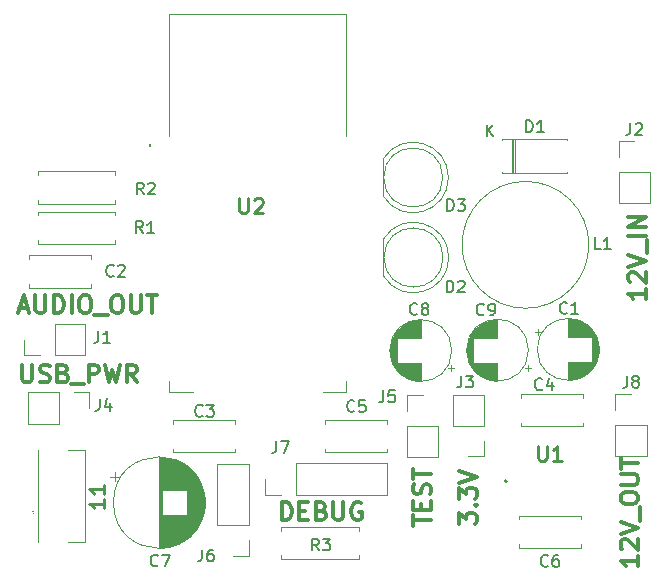
<source format=gbr>
%TF.GenerationSoftware,KiCad,Pcbnew,6.0.7-f9a2dced07~116~ubuntu20.04.1*%
%TF.CreationDate,2023-08-22T11:37:59+02:00*%
%TF.ProjectId,BlueBox,426c7565-426f-4782-9e6b-696361645f70,rev?*%
%TF.SameCoordinates,Original*%
%TF.FileFunction,Legend,Top*%
%TF.FilePolarity,Positive*%
%FSLAX46Y46*%
G04 Gerber Fmt 4.6, Leading zero omitted, Abs format (unit mm)*
G04 Created by KiCad (PCBNEW 6.0.7-f9a2dced07~116~ubuntu20.04.1) date 2023-08-22 11:37:59*
%MOMM*%
%LPD*%
G01*
G04 APERTURE LIST*
%ADD10C,0.300000*%
%ADD11C,0.150000*%
%ADD12C,0.254000*%
%ADD13C,0.120000*%
%ADD14C,0.100000*%
%ADD15C,0.200000*%
G04 APERTURE END LIST*
D10*
X81542857Y-112728571D02*
X81542857Y-111228571D01*
X81900000Y-111228571D01*
X82114285Y-111300000D01*
X82257142Y-111442857D01*
X82328571Y-111585714D01*
X82400000Y-111871428D01*
X82400000Y-112085714D01*
X82328571Y-112371428D01*
X82257142Y-112514285D01*
X82114285Y-112657142D01*
X81900000Y-112728571D01*
X81542857Y-112728571D01*
X83042857Y-111942857D02*
X83542857Y-111942857D01*
X83757142Y-112728571D02*
X83042857Y-112728571D01*
X83042857Y-111228571D01*
X83757142Y-111228571D01*
X84900000Y-111942857D02*
X85114285Y-112014285D01*
X85185714Y-112085714D01*
X85257142Y-112228571D01*
X85257142Y-112442857D01*
X85185714Y-112585714D01*
X85114285Y-112657142D01*
X84971428Y-112728571D01*
X84400000Y-112728571D01*
X84400000Y-111228571D01*
X84900000Y-111228571D01*
X85042857Y-111300000D01*
X85114285Y-111371428D01*
X85185714Y-111514285D01*
X85185714Y-111657142D01*
X85114285Y-111800000D01*
X85042857Y-111871428D01*
X84900000Y-111942857D01*
X84400000Y-111942857D01*
X85900000Y-111228571D02*
X85900000Y-112442857D01*
X85971428Y-112585714D01*
X86042857Y-112657142D01*
X86185714Y-112728571D01*
X86471428Y-112728571D01*
X86614285Y-112657142D01*
X86685714Y-112585714D01*
X86757142Y-112442857D01*
X86757142Y-111228571D01*
X88257142Y-111300000D02*
X88114285Y-111228571D01*
X87900000Y-111228571D01*
X87685714Y-111300000D01*
X87542857Y-111442857D01*
X87471428Y-111585714D01*
X87400000Y-111871428D01*
X87400000Y-112085714D01*
X87471428Y-112371428D01*
X87542857Y-112514285D01*
X87685714Y-112657142D01*
X87900000Y-112728571D01*
X88042857Y-112728571D01*
X88257142Y-112657142D01*
X88328571Y-112585714D01*
X88328571Y-112085714D01*
X88042857Y-112085714D01*
X96553571Y-113064285D02*
X96553571Y-112135714D01*
X97125000Y-112635714D01*
X97125000Y-112421428D01*
X97196428Y-112278571D01*
X97267857Y-112207142D01*
X97410714Y-112135714D01*
X97767857Y-112135714D01*
X97910714Y-112207142D01*
X97982142Y-112278571D01*
X98053571Y-112421428D01*
X98053571Y-112850000D01*
X97982142Y-112992857D01*
X97910714Y-113064285D01*
X97910714Y-111492857D02*
X97982142Y-111421428D01*
X98053571Y-111492857D01*
X97982142Y-111564285D01*
X97910714Y-111492857D01*
X98053571Y-111492857D01*
X96553571Y-110921428D02*
X96553571Y-109992857D01*
X97125000Y-110492857D01*
X97125000Y-110278571D01*
X97196428Y-110135714D01*
X97267857Y-110064285D01*
X97410714Y-109992857D01*
X97767857Y-109992857D01*
X97910714Y-110064285D01*
X97982142Y-110135714D01*
X98053571Y-110278571D01*
X98053571Y-110707142D01*
X97982142Y-110850000D01*
X97910714Y-110921428D01*
X96553571Y-109564285D02*
X98053571Y-109064285D01*
X96553571Y-108564285D01*
X92653571Y-113192857D02*
X92653571Y-112335714D01*
X94153571Y-112764285D02*
X92653571Y-112764285D01*
X93367857Y-111835714D02*
X93367857Y-111335714D01*
X94153571Y-111121428D02*
X94153571Y-111835714D01*
X92653571Y-111835714D01*
X92653571Y-111121428D01*
X94082142Y-110550000D02*
X94153571Y-110335714D01*
X94153571Y-109978571D01*
X94082142Y-109835714D01*
X94010714Y-109764285D01*
X93867857Y-109692857D01*
X93725000Y-109692857D01*
X93582142Y-109764285D01*
X93510714Y-109835714D01*
X93439285Y-109978571D01*
X93367857Y-110264285D01*
X93296428Y-110407142D01*
X93225000Y-110478571D01*
X93082142Y-110550000D01*
X92939285Y-110550000D01*
X92796428Y-110478571D01*
X92725000Y-110407142D01*
X92653571Y-110264285D01*
X92653571Y-109907142D01*
X92725000Y-109692857D01*
X92653571Y-109264285D02*
X92653571Y-108407142D01*
X94153571Y-108835714D02*
X92653571Y-108835714D01*
X111728571Y-115792857D02*
X111728571Y-116650000D01*
X111728571Y-116221428D02*
X110228571Y-116221428D01*
X110442857Y-116364285D01*
X110585714Y-116507142D01*
X110657142Y-116650000D01*
X110371428Y-115221428D02*
X110300000Y-115150000D01*
X110228571Y-115007142D01*
X110228571Y-114650000D01*
X110300000Y-114507142D01*
X110371428Y-114435714D01*
X110514285Y-114364285D01*
X110657142Y-114364285D01*
X110871428Y-114435714D01*
X111728571Y-115292857D01*
X111728571Y-114364285D01*
X110228571Y-113935714D02*
X111728571Y-113435714D01*
X110228571Y-112935714D01*
X111871428Y-112792857D02*
X111871428Y-111650000D01*
X110228571Y-111007142D02*
X110228571Y-110721428D01*
X110300000Y-110578571D01*
X110442857Y-110435714D01*
X110728571Y-110364285D01*
X111228571Y-110364285D01*
X111514285Y-110435714D01*
X111657142Y-110578571D01*
X111728571Y-110721428D01*
X111728571Y-111007142D01*
X111657142Y-111150000D01*
X111514285Y-111292857D01*
X111228571Y-111364285D01*
X110728571Y-111364285D01*
X110442857Y-111292857D01*
X110300000Y-111150000D01*
X110228571Y-111007142D01*
X110228571Y-109721428D02*
X111442857Y-109721428D01*
X111585714Y-109650000D01*
X111657142Y-109578571D01*
X111728571Y-109435714D01*
X111728571Y-109150000D01*
X111657142Y-109007142D01*
X111585714Y-108935714D01*
X111442857Y-108864285D01*
X110228571Y-108864285D01*
X110228571Y-108364285D02*
X110228571Y-107507142D01*
X111728571Y-107935714D02*
X110228571Y-107935714D01*
X112353571Y-93142857D02*
X112353571Y-94000000D01*
X112353571Y-93571428D02*
X110853571Y-93571428D01*
X111067857Y-93714285D01*
X111210714Y-93857142D01*
X111282142Y-94000000D01*
X110996428Y-92571428D02*
X110925000Y-92500000D01*
X110853571Y-92357142D01*
X110853571Y-92000000D01*
X110925000Y-91857142D01*
X110996428Y-91785714D01*
X111139285Y-91714285D01*
X111282142Y-91714285D01*
X111496428Y-91785714D01*
X112353571Y-92642857D01*
X112353571Y-91714285D01*
X110853571Y-91285714D02*
X112353571Y-90785714D01*
X110853571Y-90285714D01*
X112496428Y-90142857D02*
X112496428Y-89000000D01*
X112353571Y-88642857D02*
X110853571Y-88642857D01*
X112353571Y-87928571D02*
X110853571Y-87928571D01*
X112353571Y-87071428D01*
X110853571Y-87071428D01*
X59325000Y-94775000D02*
X60039285Y-94775000D01*
X59182142Y-95203571D02*
X59682142Y-93703571D01*
X60182142Y-95203571D01*
X60682142Y-93703571D02*
X60682142Y-94917857D01*
X60753571Y-95060714D01*
X60825000Y-95132142D01*
X60967857Y-95203571D01*
X61253571Y-95203571D01*
X61396428Y-95132142D01*
X61467857Y-95060714D01*
X61539285Y-94917857D01*
X61539285Y-93703571D01*
X62253571Y-95203571D02*
X62253571Y-93703571D01*
X62610714Y-93703571D01*
X62825000Y-93775000D01*
X62967857Y-93917857D01*
X63039285Y-94060714D01*
X63110714Y-94346428D01*
X63110714Y-94560714D01*
X63039285Y-94846428D01*
X62967857Y-94989285D01*
X62825000Y-95132142D01*
X62610714Y-95203571D01*
X62253571Y-95203571D01*
X63753571Y-95203571D02*
X63753571Y-93703571D01*
X64753571Y-93703571D02*
X65039285Y-93703571D01*
X65182142Y-93775000D01*
X65325000Y-93917857D01*
X65396428Y-94203571D01*
X65396428Y-94703571D01*
X65325000Y-94989285D01*
X65182142Y-95132142D01*
X65039285Y-95203571D01*
X64753571Y-95203571D01*
X64610714Y-95132142D01*
X64467857Y-94989285D01*
X64396428Y-94703571D01*
X64396428Y-94203571D01*
X64467857Y-93917857D01*
X64610714Y-93775000D01*
X64753571Y-93703571D01*
X65682142Y-95346428D02*
X66825000Y-95346428D01*
X67467857Y-93703571D02*
X67753571Y-93703571D01*
X67896428Y-93775000D01*
X68039285Y-93917857D01*
X68110714Y-94203571D01*
X68110714Y-94703571D01*
X68039285Y-94989285D01*
X67896428Y-95132142D01*
X67753571Y-95203571D01*
X67467857Y-95203571D01*
X67325000Y-95132142D01*
X67182142Y-94989285D01*
X67110714Y-94703571D01*
X67110714Y-94203571D01*
X67182142Y-93917857D01*
X67325000Y-93775000D01*
X67467857Y-93703571D01*
X68753571Y-93703571D02*
X68753571Y-94917857D01*
X68825000Y-95060714D01*
X68896428Y-95132142D01*
X69039285Y-95203571D01*
X69325000Y-95203571D01*
X69467857Y-95132142D01*
X69539285Y-95060714D01*
X69610714Y-94917857D01*
X69610714Y-93703571D01*
X70110714Y-93703571D02*
X70967857Y-93703571D01*
X70539285Y-95203571D02*
X70539285Y-93703571D01*
X59553571Y-99578571D02*
X59553571Y-100792857D01*
X59625000Y-100935714D01*
X59696428Y-101007142D01*
X59839285Y-101078571D01*
X60125000Y-101078571D01*
X60267857Y-101007142D01*
X60339285Y-100935714D01*
X60410714Y-100792857D01*
X60410714Y-99578571D01*
X61053571Y-101007142D02*
X61267857Y-101078571D01*
X61625000Y-101078571D01*
X61767857Y-101007142D01*
X61839285Y-100935714D01*
X61910714Y-100792857D01*
X61910714Y-100650000D01*
X61839285Y-100507142D01*
X61767857Y-100435714D01*
X61625000Y-100364285D01*
X61339285Y-100292857D01*
X61196428Y-100221428D01*
X61125000Y-100150000D01*
X61053571Y-100007142D01*
X61053571Y-99864285D01*
X61125000Y-99721428D01*
X61196428Y-99650000D01*
X61339285Y-99578571D01*
X61696428Y-99578571D01*
X61910714Y-99650000D01*
X63053571Y-100292857D02*
X63267857Y-100364285D01*
X63339285Y-100435714D01*
X63410714Y-100578571D01*
X63410714Y-100792857D01*
X63339285Y-100935714D01*
X63267857Y-101007142D01*
X63125000Y-101078571D01*
X62553571Y-101078571D01*
X62553571Y-99578571D01*
X63053571Y-99578571D01*
X63196428Y-99650000D01*
X63267857Y-99721428D01*
X63339285Y-99864285D01*
X63339285Y-100007142D01*
X63267857Y-100150000D01*
X63196428Y-100221428D01*
X63053571Y-100292857D01*
X62553571Y-100292857D01*
X63696428Y-101221428D02*
X64839285Y-101221428D01*
X65196428Y-101078571D02*
X65196428Y-99578571D01*
X65767857Y-99578571D01*
X65910714Y-99650000D01*
X65982142Y-99721428D01*
X66053571Y-99864285D01*
X66053571Y-100078571D01*
X65982142Y-100221428D01*
X65910714Y-100292857D01*
X65767857Y-100364285D01*
X65196428Y-100364285D01*
X66553571Y-99578571D02*
X66910714Y-101078571D01*
X67196428Y-100007142D01*
X67482142Y-101078571D01*
X67839285Y-99578571D01*
X69267857Y-101078571D02*
X68767857Y-100364285D01*
X68410714Y-101078571D02*
X68410714Y-99578571D01*
X68982142Y-99578571D01*
X69125000Y-99650000D01*
X69196428Y-99721428D01*
X69267857Y-99864285D01*
X69267857Y-100078571D01*
X69196428Y-100221428D01*
X69125000Y-100292857D01*
X68982142Y-100364285D01*
X68410714Y-100364285D01*
D11*
%TO.C,J8*%
X110791666Y-100522380D02*
X110791666Y-101236666D01*
X110744047Y-101379523D01*
X110648809Y-101474761D01*
X110505952Y-101522380D01*
X110410714Y-101522380D01*
X111410714Y-100950952D02*
X111315476Y-100903333D01*
X111267857Y-100855714D01*
X111220238Y-100760476D01*
X111220238Y-100712857D01*
X111267857Y-100617619D01*
X111315476Y-100570000D01*
X111410714Y-100522380D01*
X111601190Y-100522380D01*
X111696428Y-100570000D01*
X111744047Y-100617619D01*
X111791666Y-100712857D01*
X111791666Y-100760476D01*
X111744047Y-100855714D01*
X111696428Y-100903333D01*
X111601190Y-100950952D01*
X111410714Y-100950952D01*
X111315476Y-100998571D01*
X111267857Y-101046190D01*
X111220238Y-101141428D01*
X111220238Y-101331904D01*
X111267857Y-101427142D01*
X111315476Y-101474761D01*
X111410714Y-101522380D01*
X111601190Y-101522380D01*
X111696428Y-101474761D01*
X111744047Y-101427142D01*
X111791666Y-101331904D01*
X111791666Y-101141428D01*
X111744047Y-101046190D01*
X111696428Y-100998571D01*
X111601190Y-100950952D01*
D12*
%TO.C,11*%
X66524523Y-110966904D02*
X66524523Y-111692619D01*
X66524523Y-111329761D02*
X65254523Y-111329761D01*
X65435952Y-111450714D01*
X65556904Y-111571666D01*
X65617380Y-111692619D01*
X66524523Y-109757380D02*
X66524523Y-110483095D01*
X66524523Y-110120238D02*
X65254523Y-110120238D01*
X65435952Y-110241190D01*
X65556904Y-110362142D01*
X65617380Y-110483095D01*
%TO.C,U2*%
X77957380Y-85479523D02*
X77957380Y-86507619D01*
X78017857Y-86628571D01*
X78078333Y-86689047D01*
X78199285Y-86749523D01*
X78441190Y-86749523D01*
X78562142Y-86689047D01*
X78622619Y-86628571D01*
X78683095Y-86507619D01*
X78683095Y-85479523D01*
X79227380Y-85600476D02*
X79287857Y-85540000D01*
X79408809Y-85479523D01*
X79711190Y-85479523D01*
X79832142Y-85540000D01*
X79892619Y-85600476D01*
X79953095Y-85721428D01*
X79953095Y-85842380D01*
X79892619Y-86023809D01*
X79166904Y-86749523D01*
X79953095Y-86749523D01*
%TO.C,U1*%
X103232380Y-106429523D02*
X103232380Y-107457619D01*
X103292857Y-107578571D01*
X103353333Y-107639047D01*
X103474285Y-107699523D01*
X103716190Y-107699523D01*
X103837142Y-107639047D01*
X103897619Y-107578571D01*
X103958095Y-107457619D01*
X103958095Y-106429523D01*
X105228095Y-107699523D02*
X104502380Y-107699523D01*
X104865238Y-107699523D02*
X104865238Y-106429523D01*
X104744285Y-106610952D01*
X104623333Y-106731904D01*
X104502380Y-106792380D01*
D11*
%TO.C,R3*%
X84683333Y-115302380D02*
X84350000Y-114826190D01*
X84111904Y-115302380D02*
X84111904Y-114302380D01*
X84492857Y-114302380D01*
X84588095Y-114350000D01*
X84635714Y-114397619D01*
X84683333Y-114492857D01*
X84683333Y-114635714D01*
X84635714Y-114730952D01*
X84588095Y-114778571D01*
X84492857Y-114826190D01*
X84111904Y-114826190D01*
X85016666Y-114302380D02*
X85635714Y-114302380D01*
X85302380Y-114683333D01*
X85445238Y-114683333D01*
X85540476Y-114730952D01*
X85588095Y-114778571D01*
X85635714Y-114873809D01*
X85635714Y-115111904D01*
X85588095Y-115207142D01*
X85540476Y-115254761D01*
X85445238Y-115302380D01*
X85159523Y-115302380D01*
X85064285Y-115254761D01*
X85016666Y-115207142D01*
%TO.C,R2*%
X69858333Y-85152380D02*
X69525000Y-84676190D01*
X69286904Y-85152380D02*
X69286904Y-84152380D01*
X69667857Y-84152380D01*
X69763095Y-84200000D01*
X69810714Y-84247619D01*
X69858333Y-84342857D01*
X69858333Y-84485714D01*
X69810714Y-84580952D01*
X69763095Y-84628571D01*
X69667857Y-84676190D01*
X69286904Y-84676190D01*
X70239285Y-84247619D02*
X70286904Y-84200000D01*
X70382142Y-84152380D01*
X70620238Y-84152380D01*
X70715476Y-84200000D01*
X70763095Y-84247619D01*
X70810714Y-84342857D01*
X70810714Y-84438095D01*
X70763095Y-84580952D01*
X70191666Y-85152380D01*
X70810714Y-85152380D01*
%TO.C,R1*%
X69783333Y-88427380D02*
X69450000Y-87951190D01*
X69211904Y-88427380D02*
X69211904Y-87427380D01*
X69592857Y-87427380D01*
X69688095Y-87475000D01*
X69735714Y-87522619D01*
X69783333Y-87617857D01*
X69783333Y-87760714D01*
X69735714Y-87855952D01*
X69688095Y-87903571D01*
X69592857Y-87951190D01*
X69211904Y-87951190D01*
X70735714Y-88427380D02*
X70164285Y-88427380D01*
X70450000Y-88427380D02*
X70450000Y-87427380D01*
X70354761Y-87570238D01*
X70259523Y-87665476D01*
X70164285Y-87713095D01*
%TO.C,L1*%
X108533333Y-89777380D02*
X108057142Y-89777380D01*
X108057142Y-88777380D01*
X109390476Y-89777380D02*
X108819047Y-89777380D01*
X109104761Y-89777380D02*
X109104761Y-88777380D01*
X109009523Y-88920238D01*
X108914285Y-89015476D01*
X108819047Y-89063095D01*
%TO.C,J7*%
X81091666Y-106052380D02*
X81091666Y-106766666D01*
X81044047Y-106909523D01*
X80948809Y-107004761D01*
X80805952Y-107052380D01*
X80710714Y-107052380D01*
X81472619Y-106052380D02*
X82139285Y-106052380D01*
X81710714Y-107052380D01*
%TO.C,J6*%
X74791666Y-115227380D02*
X74791666Y-115941666D01*
X74744047Y-116084523D01*
X74648809Y-116179761D01*
X74505952Y-116227380D01*
X74410714Y-116227380D01*
X75696428Y-115227380D02*
X75505952Y-115227380D01*
X75410714Y-115275000D01*
X75363095Y-115322619D01*
X75267857Y-115465476D01*
X75220238Y-115655952D01*
X75220238Y-116036904D01*
X75267857Y-116132142D01*
X75315476Y-116179761D01*
X75410714Y-116227380D01*
X75601190Y-116227380D01*
X75696428Y-116179761D01*
X75744047Y-116132142D01*
X75791666Y-116036904D01*
X75791666Y-115798809D01*
X75744047Y-115703571D01*
X75696428Y-115655952D01*
X75601190Y-115608333D01*
X75410714Y-115608333D01*
X75315476Y-115655952D01*
X75267857Y-115703571D01*
X75220238Y-115798809D01*
%TO.C,J5*%
X90141666Y-101752380D02*
X90141666Y-102466666D01*
X90094047Y-102609523D01*
X89998809Y-102704761D01*
X89855952Y-102752380D01*
X89760714Y-102752380D01*
X91094047Y-101752380D02*
X90617857Y-101752380D01*
X90570238Y-102228571D01*
X90617857Y-102180952D01*
X90713095Y-102133333D01*
X90951190Y-102133333D01*
X91046428Y-102180952D01*
X91094047Y-102228571D01*
X91141666Y-102323809D01*
X91141666Y-102561904D01*
X91094047Y-102657142D01*
X91046428Y-102704761D01*
X90951190Y-102752380D01*
X90713095Y-102752380D01*
X90617857Y-102704761D01*
X90570238Y-102657142D01*
%TO.C,J4*%
X66116666Y-102477380D02*
X66116666Y-103191666D01*
X66069047Y-103334523D01*
X65973809Y-103429761D01*
X65830952Y-103477380D01*
X65735714Y-103477380D01*
X67021428Y-102810714D02*
X67021428Y-103477380D01*
X66783333Y-102429761D02*
X66545238Y-103144047D01*
X67164285Y-103144047D01*
%TO.C,J3*%
X96741666Y-100502380D02*
X96741666Y-101216666D01*
X96694047Y-101359523D01*
X96598809Y-101454761D01*
X96455952Y-101502380D01*
X96360714Y-101502380D01*
X97122619Y-100502380D02*
X97741666Y-100502380D01*
X97408333Y-100883333D01*
X97551190Y-100883333D01*
X97646428Y-100930952D01*
X97694047Y-100978571D01*
X97741666Y-101073809D01*
X97741666Y-101311904D01*
X97694047Y-101407142D01*
X97646428Y-101454761D01*
X97551190Y-101502380D01*
X97265476Y-101502380D01*
X97170238Y-101454761D01*
X97122619Y-101407142D01*
%TO.C,J2*%
X111066666Y-79122380D02*
X111066666Y-79836666D01*
X111019047Y-79979523D01*
X110923809Y-80074761D01*
X110780952Y-80122380D01*
X110685714Y-80122380D01*
X111495238Y-79217619D02*
X111542857Y-79170000D01*
X111638095Y-79122380D01*
X111876190Y-79122380D01*
X111971428Y-79170000D01*
X112019047Y-79217619D01*
X112066666Y-79312857D01*
X112066666Y-79408095D01*
X112019047Y-79550952D01*
X111447619Y-80122380D01*
X112066666Y-80122380D01*
%TO.C,J1*%
X66016666Y-96702380D02*
X66016666Y-97416666D01*
X65969047Y-97559523D01*
X65873809Y-97654761D01*
X65730952Y-97702380D01*
X65635714Y-97702380D01*
X67016666Y-97702380D02*
X66445238Y-97702380D01*
X66730952Y-97702380D02*
X66730952Y-96702380D01*
X66635714Y-96845238D01*
X66540476Y-96940476D01*
X66445238Y-96988095D01*
%TO.C,D3*%
X95536904Y-86552380D02*
X95536904Y-85552380D01*
X95775000Y-85552380D01*
X95917857Y-85600000D01*
X96013095Y-85695238D01*
X96060714Y-85790476D01*
X96108333Y-85980952D01*
X96108333Y-86123809D01*
X96060714Y-86314285D01*
X96013095Y-86409523D01*
X95917857Y-86504761D01*
X95775000Y-86552380D01*
X95536904Y-86552380D01*
X96441666Y-85552380D02*
X97060714Y-85552380D01*
X96727380Y-85933333D01*
X96870238Y-85933333D01*
X96965476Y-85980952D01*
X97013095Y-86028571D01*
X97060714Y-86123809D01*
X97060714Y-86361904D01*
X97013095Y-86457142D01*
X96965476Y-86504761D01*
X96870238Y-86552380D01*
X96584523Y-86552380D01*
X96489285Y-86504761D01*
X96441666Y-86457142D01*
%TO.C,D2*%
X95511904Y-93452380D02*
X95511904Y-92452380D01*
X95750000Y-92452380D01*
X95892857Y-92500000D01*
X95988095Y-92595238D01*
X96035714Y-92690476D01*
X96083333Y-92880952D01*
X96083333Y-93023809D01*
X96035714Y-93214285D01*
X95988095Y-93309523D01*
X95892857Y-93404761D01*
X95750000Y-93452380D01*
X95511904Y-93452380D01*
X96464285Y-92547619D02*
X96511904Y-92500000D01*
X96607142Y-92452380D01*
X96845238Y-92452380D01*
X96940476Y-92500000D01*
X96988095Y-92547619D01*
X97035714Y-92642857D01*
X97035714Y-92738095D01*
X96988095Y-92880952D01*
X96416666Y-93452380D01*
X97035714Y-93452380D01*
%TO.C,D1*%
X102211904Y-79882380D02*
X102211904Y-78882380D01*
X102450000Y-78882380D01*
X102592857Y-78930000D01*
X102688095Y-79025238D01*
X102735714Y-79120476D01*
X102783333Y-79310952D01*
X102783333Y-79453809D01*
X102735714Y-79644285D01*
X102688095Y-79739523D01*
X102592857Y-79834761D01*
X102450000Y-79882380D01*
X102211904Y-79882380D01*
X103735714Y-79882380D02*
X103164285Y-79882380D01*
X103450000Y-79882380D02*
X103450000Y-78882380D01*
X103354761Y-79025238D01*
X103259523Y-79120476D01*
X103164285Y-79168095D01*
X98878095Y-80252380D02*
X98878095Y-79252380D01*
X99449523Y-80252380D02*
X99020952Y-79680952D01*
X99449523Y-79252380D02*
X98878095Y-79823809D01*
%TO.C,C9*%
X98658333Y-95307142D02*
X98610714Y-95354761D01*
X98467857Y-95402380D01*
X98372619Y-95402380D01*
X98229761Y-95354761D01*
X98134523Y-95259523D01*
X98086904Y-95164285D01*
X98039285Y-94973809D01*
X98039285Y-94830952D01*
X98086904Y-94640476D01*
X98134523Y-94545238D01*
X98229761Y-94450000D01*
X98372619Y-94402380D01*
X98467857Y-94402380D01*
X98610714Y-94450000D01*
X98658333Y-94497619D01*
X99134523Y-95402380D02*
X99325000Y-95402380D01*
X99420238Y-95354761D01*
X99467857Y-95307142D01*
X99563095Y-95164285D01*
X99610714Y-94973809D01*
X99610714Y-94592857D01*
X99563095Y-94497619D01*
X99515476Y-94450000D01*
X99420238Y-94402380D01*
X99229761Y-94402380D01*
X99134523Y-94450000D01*
X99086904Y-94497619D01*
X99039285Y-94592857D01*
X99039285Y-94830952D01*
X99086904Y-94926190D01*
X99134523Y-94973809D01*
X99229761Y-95021428D01*
X99420238Y-95021428D01*
X99515476Y-94973809D01*
X99563095Y-94926190D01*
X99610714Y-94830952D01*
%TO.C,C8*%
X93008333Y-95257142D02*
X92960714Y-95304761D01*
X92817857Y-95352380D01*
X92722619Y-95352380D01*
X92579761Y-95304761D01*
X92484523Y-95209523D01*
X92436904Y-95114285D01*
X92389285Y-94923809D01*
X92389285Y-94780952D01*
X92436904Y-94590476D01*
X92484523Y-94495238D01*
X92579761Y-94400000D01*
X92722619Y-94352380D01*
X92817857Y-94352380D01*
X92960714Y-94400000D01*
X93008333Y-94447619D01*
X93579761Y-94780952D02*
X93484523Y-94733333D01*
X93436904Y-94685714D01*
X93389285Y-94590476D01*
X93389285Y-94542857D01*
X93436904Y-94447619D01*
X93484523Y-94400000D01*
X93579761Y-94352380D01*
X93770238Y-94352380D01*
X93865476Y-94400000D01*
X93913095Y-94447619D01*
X93960714Y-94542857D01*
X93960714Y-94590476D01*
X93913095Y-94685714D01*
X93865476Y-94733333D01*
X93770238Y-94780952D01*
X93579761Y-94780952D01*
X93484523Y-94828571D01*
X93436904Y-94876190D01*
X93389285Y-94971428D01*
X93389285Y-95161904D01*
X93436904Y-95257142D01*
X93484523Y-95304761D01*
X93579761Y-95352380D01*
X93770238Y-95352380D01*
X93865476Y-95304761D01*
X93913095Y-95257142D01*
X93960714Y-95161904D01*
X93960714Y-94971428D01*
X93913095Y-94876190D01*
X93865476Y-94828571D01*
X93770238Y-94780952D01*
%TO.C,C7*%
X71058333Y-116557142D02*
X71010714Y-116604761D01*
X70867857Y-116652380D01*
X70772619Y-116652380D01*
X70629761Y-116604761D01*
X70534523Y-116509523D01*
X70486904Y-116414285D01*
X70439285Y-116223809D01*
X70439285Y-116080952D01*
X70486904Y-115890476D01*
X70534523Y-115795238D01*
X70629761Y-115700000D01*
X70772619Y-115652380D01*
X70867857Y-115652380D01*
X71010714Y-115700000D01*
X71058333Y-115747619D01*
X71391666Y-115652380D02*
X72058333Y-115652380D01*
X71629761Y-116652380D01*
%TO.C,C6*%
X104083333Y-116582142D02*
X104035714Y-116629761D01*
X103892857Y-116677380D01*
X103797619Y-116677380D01*
X103654761Y-116629761D01*
X103559523Y-116534523D01*
X103511904Y-116439285D01*
X103464285Y-116248809D01*
X103464285Y-116105952D01*
X103511904Y-115915476D01*
X103559523Y-115820238D01*
X103654761Y-115725000D01*
X103797619Y-115677380D01*
X103892857Y-115677380D01*
X104035714Y-115725000D01*
X104083333Y-115772619D01*
X104940476Y-115677380D02*
X104750000Y-115677380D01*
X104654761Y-115725000D01*
X104607142Y-115772619D01*
X104511904Y-115915476D01*
X104464285Y-116105952D01*
X104464285Y-116486904D01*
X104511904Y-116582142D01*
X104559523Y-116629761D01*
X104654761Y-116677380D01*
X104845238Y-116677380D01*
X104940476Y-116629761D01*
X104988095Y-116582142D01*
X105035714Y-116486904D01*
X105035714Y-116248809D01*
X104988095Y-116153571D01*
X104940476Y-116105952D01*
X104845238Y-116058333D01*
X104654761Y-116058333D01*
X104559523Y-116105952D01*
X104511904Y-116153571D01*
X104464285Y-116248809D01*
%TO.C,C5*%
X87683333Y-103482142D02*
X87635714Y-103529761D01*
X87492857Y-103577380D01*
X87397619Y-103577380D01*
X87254761Y-103529761D01*
X87159523Y-103434523D01*
X87111904Y-103339285D01*
X87064285Y-103148809D01*
X87064285Y-103005952D01*
X87111904Y-102815476D01*
X87159523Y-102720238D01*
X87254761Y-102625000D01*
X87397619Y-102577380D01*
X87492857Y-102577380D01*
X87635714Y-102625000D01*
X87683333Y-102672619D01*
X88588095Y-102577380D02*
X88111904Y-102577380D01*
X88064285Y-103053571D01*
X88111904Y-103005952D01*
X88207142Y-102958333D01*
X88445238Y-102958333D01*
X88540476Y-103005952D01*
X88588095Y-103053571D01*
X88635714Y-103148809D01*
X88635714Y-103386904D01*
X88588095Y-103482142D01*
X88540476Y-103529761D01*
X88445238Y-103577380D01*
X88207142Y-103577380D01*
X88111904Y-103529761D01*
X88064285Y-103482142D01*
%TO.C,C4*%
X103583333Y-101632142D02*
X103535714Y-101679761D01*
X103392857Y-101727380D01*
X103297619Y-101727380D01*
X103154761Y-101679761D01*
X103059523Y-101584523D01*
X103011904Y-101489285D01*
X102964285Y-101298809D01*
X102964285Y-101155952D01*
X103011904Y-100965476D01*
X103059523Y-100870238D01*
X103154761Y-100775000D01*
X103297619Y-100727380D01*
X103392857Y-100727380D01*
X103535714Y-100775000D01*
X103583333Y-100822619D01*
X104440476Y-101060714D02*
X104440476Y-101727380D01*
X104202380Y-100679761D02*
X103964285Y-101394047D01*
X104583333Y-101394047D01*
%TO.C,C3*%
X74833333Y-103882142D02*
X74785714Y-103929761D01*
X74642857Y-103977380D01*
X74547619Y-103977380D01*
X74404761Y-103929761D01*
X74309523Y-103834523D01*
X74261904Y-103739285D01*
X74214285Y-103548809D01*
X74214285Y-103405952D01*
X74261904Y-103215476D01*
X74309523Y-103120238D01*
X74404761Y-103025000D01*
X74547619Y-102977380D01*
X74642857Y-102977380D01*
X74785714Y-103025000D01*
X74833333Y-103072619D01*
X75166666Y-102977380D02*
X75785714Y-102977380D01*
X75452380Y-103358333D01*
X75595238Y-103358333D01*
X75690476Y-103405952D01*
X75738095Y-103453571D01*
X75785714Y-103548809D01*
X75785714Y-103786904D01*
X75738095Y-103882142D01*
X75690476Y-103929761D01*
X75595238Y-103977380D01*
X75309523Y-103977380D01*
X75214285Y-103929761D01*
X75166666Y-103882142D01*
%TO.C,C2*%
X67308333Y-92032142D02*
X67260714Y-92079761D01*
X67117857Y-92127380D01*
X67022619Y-92127380D01*
X66879761Y-92079761D01*
X66784523Y-91984523D01*
X66736904Y-91889285D01*
X66689285Y-91698809D01*
X66689285Y-91555952D01*
X66736904Y-91365476D01*
X66784523Y-91270238D01*
X66879761Y-91175000D01*
X67022619Y-91127380D01*
X67117857Y-91127380D01*
X67260714Y-91175000D01*
X67308333Y-91222619D01*
X67689285Y-91222619D02*
X67736904Y-91175000D01*
X67832142Y-91127380D01*
X68070238Y-91127380D01*
X68165476Y-91175000D01*
X68213095Y-91222619D01*
X68260714Y-91317857D01*
X68260714Y-91413095D01*
X68213095Y-91555952D01*
X67641666Y-92127380D01*
X68260714Y-92127380D01*
%TO.C,C1*%
X105683333Y-95182142D02*
X105635714Y-95229761D01*
X105492857Y-95277380D01*
X105397619Y-95277380D01*
X105254761Y-95229761D01*
X105159523Y-95134523D01*
X105111904Y-95039285D01*
X105064285Y-94848809D01*
X105064285Y-94705952D01*
X105111904Y-94515476D01*
X105159523Y-94420238D01*
X105254761Y-94325000D01*
X105397619Y-94277380D01*
X105492857Y-94277380D01*
X105635714Y-94325000D01*
X105683333Y-94372619D01*
X106635714Y-95277380D02*
X106064285Y-95277380D01*
X106350000Y-95277380D02*
X106350000Y-94277380D01*
X106254761Y-94420238D01*
X106159523Y-94515476D01*
X106064285Y-94563095D01*
D13*
%TO.C,J8*%
X109795000Y-103400000D02*
X109795000Y-102070000D01*
X109795000Y-107270000D02*
X112455000Y-107270000D01*
X109795000Y-104670000D02*
X109795000Y-107270000D01*
X109795000Y-104670000D02*
X112455000Y-104670000D01*
X109795000Y-102070000D02*
X111125000Y-102070000D01*
X112455000Y-104670000D02*
X112455000Y-107270000D01*
D14*
%TO.C,11*%
X60875000Y-114600000D02*
X60875000Y-106800000D01*
X63430000Y-114600000D02*
X64875000Y-114600000D01*
X64875000Y-114600000D02*
X64875000Y-106800000D01*
X64875000Y-106800000D02*
X63430000Y-106800000D01*
X60475000Y-112100000D02*
X60475000Y-112100000D01*
X60475000Y-112000000D02*
X60475000Y-112000000D01*
X60475000Y-112000000D02*
G75*
G03*
X60475000Y-112100000I0J-50000D01*
G01*
X60475000Y-112100000D02*
G75*
G03*
X60475000Y-112000000I0J50000D01*
G01*
%TO.C,U2*%
X72000000Y-69925000D02*
X87000000Y-69925000D01*
X87000000Y-69925000D02*
X87000000Y-69925000D01*
X87000000Y-69925000D02*
X72000000Y-69925000D01*
X72000000Y-69925000D02*
X72000000Y-69925000D01*
X87000000Y-101925000D02*
X85000000Y-101925000D01*
X85000000Y-101925000D02*
X85000000Y-101925000D01*
X85000000Y-101925000D02*
X87000000Y-101925000D01*
X87000000Y-101925000D02*
X87000000Y-101925000D01*
X72000000Y-101925000D02*
X74000000Y-101925000D01*
X74000000Y-101925000D02*
X74000000Y-101925000D01*
X74000000Y-101925000D02*
X72000000Y-101925000D01*
X72000000Y-101925000D02*
X72000000Y-101925000D01*
X72000000Y-80175000D02*
X72000000Y-80175000D01*
X72000000Y-80175000D02*
X72000000Y-69925000D01*
X72000000Y-69925000D02*
X72000000Y-69925000D01*
X72000000Y-69925000D02*
X72000000Y-80175000D01*
X87000000Y-69925000D02*
X87000000Y-69925000D01*
X87000000Y-69925000D02*
X87000000Y-80175000D01*
X87000000Y-80175000D02*
X87000000Y-80175000D01*
X87000000Y-80175000D02*
X87000000Y-69925000D01*
X87000000Y-100925000D02*
X87000000Y-100925000D01*
X87000000Y-100925000D02*
X87000000Y-101925000D01*
X87000000Y-101925000D02*
X87000000Y-101925000D01*
X87000000Y-101925000D02*
X87000000Y-100925000D01*
X72000000Y-100925000D02*
X72000000Y-100925000D01*
X72000000Y-100925000D02*
X72000000Y-101925000D01*
X72000000Y-101925000D02*
X72000000Y-101925000D01*
X72000000Y-101925000D02*
X72000000Y-100925000D01*
D15*
X70400000Y-80925000D02*
X70400000Y-80925000D01*
X70400000Y-81025000D02*
X70400000Y-81025000D01*
X70400000Y-80925000D02*
X70400000Y-80925000D01*
X70400000Y-80925000D02*
G75*
G03*
X70400000Y-81025000I0J-50000D01*
G01*
X70400000Y-81025000D02*
G75*
G03*
X70400000Y-80925000I0J50000D01*
G01*
X70400000Y-80925000D02*
G75*
G03*
X70400000Y-81025000I0J-50000D01*
G01*
%TO.C,U1*%
X100515500Y-109325000D02*
X100515500Y-109325000D01*
X100515500Y-109525000D02*
X100515500Y-109525000D01*
X100515500Y-109325000D02*
G75*
G03*
X100515500Y-109525000I0J-100000D01*
G01*
X100515500Y-109525000D02*
G75*
G03*
X100515500Y-109325000I0J100000D01*
G01*
D13*
%TO.C,R3*%
X88045000Y-116045000D02*
X88045000Y-115715000D01*
X81505000Y-113305000D02*
X88045000Y-113305000D01*
X81505000Y-116045000D02*
X88045000Y-116045000D01*
X81505000Y-115715000D02*
X81505000Y-116045000D01*
X81505000Y-113635000D02*
X81505000Y-113305000D01*
X88045000Y-113305000D02*
X88045000Y-113635000D01*
%TO.C,R2*%
X67405000Y-85945000D02*
X67405000Y-85615000D01*
X60865000Y-83205000D02*
X67405000Y-83205000D01*
X60865000Y-85945000D02*
X67405000Y-85945000D01*
X60865000Y-85615000D02*
X60865000Y-85945000D01*
X60865000Y-83535000D02*
X60865000Y-83205000D01*
X67405000Y-83205000D02*
X67405000Y-83535000D01*
%TO.C,R1*%
X67405000Y-89345000D02*
X67405000Y-89015000D01*
X60865000Y-86605000D02*
X67405000Y-86605000D01*
X60865000Y-89345000D02*
X67405000Y-89345000D01*
X60865000Y-89015000D02*
X60865000Y-89345000D01*
X60865000Y-86935000D02*
X60865000Y-86605000D01*
X67405000Y-86605000D02*
X67405000Y-86935000D01*
%TO.C,L1*%
X107545000Y-89425000D02*
G75*
G03*
X107545000Y-89425000I-5370000J0D01*
G01*
%TO.C,J7*%
X82745000Y-110580000D02*
X90425000Y-110580000D01*
X80145000Y-110580000D02*
X80145000Y-109250000D01*
X82745000Y-110580000D02*
X82745000Y-107920000D01*
X90425000Y-110580000D02*
X90425000Y-107920000D01*
X81475000Y-110580000D02*
X80145000Y-110580000D01*
X82745000Y-107920000D02*
X90425000Y-107920000D01*
%TO.C,J6*%
X78755000Y-108015000D02*
X76095000Y-108015000D01*
X78755000Y-113155000D02*
X78755000Y-108015000D01*
X78755000Y-114425000D02*
X78755000Y-115755000D01*
X76095000Y-113155000D02*
X76095000Y-108015000D01*
X78755000Y-115755000D02*
X77425000Y-115755000D01*
X78755000Y-113155000D02*
X76095000Y-113155000D01*
%TO.C,J5*%
X92145000Y-103500000D02*
X92145000Y-102170000D01*
X92145000Y-107370000D02*
X94805000Y-107370000D01*
X92145000Y-104770000D02*
X92145000Y-107370000D01*
X92145000Y-104770000D02*
X94805000Y-104770000D01*
X92145000Y-102170000D02*
X93475000Y-102170000D01*
X94805000Y-104770000D02*
X94805000Y-107370000D01*
%TO.C,J4*%
X63925000Y-101895000D02*
X65255000Y-101895000D01*
X60055000Y-101895000D02*
X60055000Y-104555000D01*
X62655000Y-101895000D02*
X60055000Y-101895000D01*
X62655000Y-101895000D02*
X62655000Y-104555000D01*
X65255000Y-101895000D02*
X65255000Y-103225000D01*
X62655000Y-104555000D02*
X60055000Y-104555000D01*
%TO.C,J3*%
X98680000Y-106000000D02*
X98680000Y-107330000D01*
X98680000Y-102130000D02*
X96020000Y-102130000D01*
X98680000Y-104730000D02*
X98680000Y-102130000D01*
X98680000Y-104730000D02*
X96020000Y-104730000D01*
X98680000Y-107330000D02*
X97350000Y-107330000D01*
X96020000Y-104730000D02*
X96020000Y-102130000D01*
%TO.C,J2*%
X110070000Y-82000000D02*
X110070000Y-80670000D01*
X110070000Y-85870000D02*
X112730000Y-85870000D01*
X110070000Y-83270000D02*
X110070000Y-85870000D01*
X110070000Y-83270000D02*
X112730000Y-83270000D01*
X110070000Y-80670000D02*
X111400000Y-80670000D01*
X112730000Y-83270000D02*
X112730000Y-85870000D01*
%TO.C,J1*%
X61050000Y-98780000D02*
X59720000Y-98780000D01*
X64920000Y-98780000D02*
X64920000Y-96120000D01*
X62320000Y-98780000D02*
X64920000Y-98780000D01*
X62320000Y-98780000D02*
X62320000Y-96120000D01*
X59720000Y-98780000D02*
X59720000Y-97450000D01*
X62320000Y-96120000D02*
X64920000Y-96120000D01*
%TO.C,D3*%
X90110000Y-82180000D02*
X90110000Y-85270000D01*
X90110000Y-85269830D02*
G75*
G03*
X95660000Y-83724538I2560000J1544830D01*
G01*
X95660000Y-83725462D02*
G75*
G03*
X90110000Y-82180170I-2990000J462D01*
G01*
X95170000Y-83725000D02*
G75*
G03*
X95170000Y-83725000I-2500000J0D01*
G01*
%TO.C,D2*%
X90135000Y-88955000D02*
X90135000Y-92045000D01*
X90135000Y-92044830D02*
G75*
G03*
X95685000Y-90499538I2560000J1544830D01*
G01*
X95685000Y-90500462D02*
G75*
G03*
X90135000Y-88955170I-2990000J462D01*
G01*
X95195000Y-90500000D02*
G75*
G03*
X95195000Y-90500000I-2500000J0D01*
G01*
%TO.C,D1*%
X101010000Y-80430000D02*
X101010000Y-83370000D01*
X100230000Y-80430000D02*
X105670000Y-80430000D01*
X101250000Y-80430000D02*
X101250000Y-83370000D01*
X105670000Y-80430000D02*
X105670000Y-80560000D01*
X101130000Y-80430000D02*
X101130000Y-83370000D01*
X100230000Y-83370000D02*
X105670000Y-83370000D01*
X105670000Y-83370000D02*
X105670000Y-83240000D01*
X100230000Y-83240000D02*
X100230000Y-83370000D01*
X100230000Y-80560000D02*
X100230000Y-80430000D01*
%TO.C,C9*%
X97804113Y-97310000D02*
X97804113Y-96697000D01*
X98484113Y-97310000D02*
X98484113Y-96126000D01*
X99605113Y-97310000D02*
X99605113Y-95777000D01*
X98564113Y-100618000D02*
X98564113Y-99390000D01*
X98684113Y-100679000D02*
X98684113Y-99390000D01*
X98644113Y-100660000D02*
X98644113Y-99390000D01*
X98124113Y-100321000D02*
X98124113Y-99390000D01*
X97844113Y-97310000D02*
X97844113Y-96651000D01*
X98164113Y-97310000D02*
X98164113Y-96346000D01*
X99645113Y-100926000D02*
X99645113Y-99390000D01*
X98244113Y-100415000D02*
X98244113Y-99390000D01*
X99765113Y-97310000D02*
X99765113Y-95770000D01*
X99084113Y-97310000D02*
X99084113Y-95870000D01*
X98924113Y-100778000D02*
X98924113Y-99390000D01*
X98884113Y-100764000D02*
X98884113Y-99390000D01*
X98044113Y-100251000D02*
X98044113Y-99390000D01*
X99205113Y-100861000D02*
X99205113Y-99390000D01*
X99565113Y-97310000D02*
X99565113Y-95781000D01*
X98964113Y-97310000D02*
X98964113Y-95908000D01*
X99245113Y-97310000D02*
X99245113Y-95830000D01*
X98524113Y-97310000D02*
X98524113Y-96103000D01*
X98404113Y-97310000D02*
X98404113Y-96175000D01*
X99685113Y-97310000D02*
X99685113Y-95772000D01*
X99285113Y-100878000D02*
X99285113Y-99390000D01*
X98364113Y-100499000D02*
X98364113Y-99390000D01*
X97964113Y-100176000D02*
X97964113Y-99390000D01*
X97804113Y-100003000D02*
X97804113Y-99390000D01*
X98764113Y-97310000D02*
X98764113Y-95985000D01*
X99805113Y-100930000D02*
X99805113Y-99390000D01*
X99485113Y-100911000D02*
X99485113Y-99390000D01*
X98764113Y-100715000D02*
X98764113Y-99390000D01*
X99325113Y-100886000D02*
X99325113Y-99390000D01*
X97324113Y-99155000D02*
X97324113Y-97545000D01*
X97524113Y-99601000D02*
X97524113Y-97099000D01*
X97684113Y-99850000D02*
X97684113Y-96850000D01*
X99445113Y-97310000D02*
X99445113Y-95794000D01*
X98724113Y-97310000D02*
X98724113Y-96002000D01*
X97284113Y-99027000D02*
X97284113Y-97673000D01*
X98244113Y-97310000D02*
X98244113Y-96285000D01*
X98284113Y-97310000D02*
X98284113Y-96255000D01*
X99044113Y-100818000D02*
X99044113Y-99390000D01*
X98804113Y-97310000D02*
X98804113Y-95968000D01*
X98924113Y-97310000D02*
X98924113Y-95922000D01*
X98724113Y-100698000D02*
X98724113Y-99390000D01*
X98564113Y-97310000D02*
X98564113Y-96082000D01*
X97924113Y-100135000D02*
X97924113Y-99390000D01*
X98284113Y-100445000D02*
X98284113Y-99390000D01*
X99485113Y-97310000D02*
X99485113Y-95789000D01*
X98884113Y-97310000D02*
X98884113Y-95936000D01*
X98844113Y-97310000D02*
X98844113Y-95952000D01*
X99645113Y-97310000D02*
X99645113Y-95774000D01*
X98804113Y-100732000D02*
X98804113Y-99390000D01*
X99125113Y-100841000D02*
X99125113Y-99390000D01*
X97404113Y-99361000D02*
X97404113Y-97339000D01*
X97724113Y-99904000D02*
X97724113Y-96796000D01*
X97364113Y-99265000D02*
X97364113Y-97435000D01*
X102609888Y-99825000D02*
X102109888Y-99825000D01*
X99805113Y-97310000D02*
X99805113Y-95770000D01*
X99004113Y-100805000D02*
X99004113Y-99390000D01*
X98324113Y-100472000D02*
X98324113Y-99390000D01*
X98604113Y-97310000D02*
X98604113Y-96060000D01*
X98444113Y-100550000D02*
X98444113Y-99390000D01*
X98004113Y-100214000D02*
X98004113Y-99390000D01*
X97884113Y-97310000D02*
X97884113Y-96607000D01*
X97444113Y-99448000D02*
X97444113Y-97252000D01*
X99685113Y-100928000D02*
X99685113Y-99390000D01*
X99525113Y-100915000D02*
X99525113Y-99390000D01*
X99725113Y-100929000D02*
X99725113Y-99390000D01*
X99605113Y-100923000D02*
X99605113Y-99390000D01*
X98004113Y-97310000D02*
X98004113Y-96486000D01*
X98684113Y-97310000D02*
X98684113Y-96021000D01*
X97244113Y-98868000D02*
X97244113Y-97832000D01*
X97204113Y-98634000D02*
X97204113Y-98066000D01*
X99205113Y-97310000D02*
X99205113Y-95839000D01*
X98084113Y-97310000D02*
X98084113Y-96413000D01*
X98644113Y-97310000D02*
X98644113Y-96040000D01*
X99405113Y-97310000D02*
X99405113Y-95800000D01*
X97564113Y-99669000D02*
X97564113Y-97031000D01*
X97604113Y-99733000D02*
X97604113Y-96967000D01*
X98844113Y-100748000D02*
X98844113Y-99390000D01*
X98524113Y-100597000D02*
X98524113Y-99390000D01*
X97484113Y-99528000D02*
X97484113Y-97172000D01*
X98444113Y-97310000D02*
X98444113Y-96150000D01*
X97884113Y-100093000D02*
X97884113Y-99390000D01*
X98204113Y-100385000D02*
X98204113Y-99390000D01*
X97764113Y-99955000D02*
X97764113Y-96745000D01*
X98324113Y-97310000D02*
X98324113Y-96228000D01*
X99044113Y-97310000D02*
X99044113Y-95882000D01*
X99285113Y-97310000D02*
X99285113Y-95822000D01*
X98964113Y-100792000D02*
X98964113Y-99390000D01*
X99445113Y-100906000D02*
X99445113Y-99390000D01*
X99365113Y-97310000D02*
X99365113Y-95807000D01*
X97644113Y-99793000D02*
X97644113Y-96907000D01*
X97964113Y-97310000D02*
X97964113Y-96524000D01*
X99004113Y-97310000D02*
X99004113Y-95895000D01*
X99525113Y-97310000D02*
X99525113Y-95785000D01*
X99725113Y-97310000D02*
X99725113Y-95771000D01*
X99125113Y-97310000D02*
X99125113Y-95859000D01*
X97924113Y-97310000D02*
X97924113Y-96565000D01*
X99084113Y-100830000D02*
X99084113Y-99390000D01*
X98164113Y-100354000D02*
X98164113Y-99390000D01*
X98364113Y-97310000D02*
X98364113Y-96201000D01*
X98404113Y-100525000D02*
X98404113Y-99390000D01*
X98604113Y-100640000D02*
X98604113Y-99390000D01*
X99565113Y-100919000D02*
X99565113Y-99390000D01*
X98084113Y-100287000D02*
X98084113Y-99390000D01*
X99365113Y-100893000D02*
X99365113Y-99390000D01*
X99165113Y-97310000D02*
X99165113Y-95849000D01*
X98484113Y-100574000D02*
X98484113Y-99390000D01*
X102359888Y-100075000D02*
X102359888Y-99575000D01*
X99405113Y-100900000D02*
X99405113Y-99390000D01*
X98124113Y-97310000D02*
X98124113Y-96379000D01*
X99325113Y-97310000D02*
X99325113Y-95814000D01*
X99245113Y-100870000D02*
X99245113Y-99390000D01*
X98204113Y-97310000D02*
X98204113Y-96315000D01*
X98044113Y-97310000D02*
X98044113Y-96449000D01*
X99765113Y-100930000D02*
X99765113Y-99390000D01*
X99165113Y-100851000D02*
X99165113Y-99390000D01*
X97844113Y-100049000D02*
X97844113Y-99390000D01*
X102425113Y-98350000D02*
G75*
G03*
X102425113Y-98350000I-2620000J0D01*
G01*
%TO.C,C8*%
X91304113Y-97335000D02*
X91304113Y-96722000D01*
X91984113Y-97335000D02*
X91984113Y-96151000D01*
X93105113Y-97335000D02*
X93105113Y-95802000D01*
X92064113Y-100643000D02*
X92064113Y-99415000D01*
X92184113Y-100704000D02*
X92184113Y-99415000D01*
X92144113Y-100685000D02*
X92144113Y-99415000D01*
X91624113Y-100346000D02*
X91624113Y-99415000D01*
X91344113Y-97335000D02*
X91344113Y-96676000D01*
X91664113Y-97335000D02*
X91664113Y-96371000D01*
X93145113Y-100951000D02*
X93145113Y-99415000D01*
X91744113Y-100440000D02*
X91744113Y-99415000D01*
X93265113Y-97335000D02*
X93265113Y-95795000D01*
X92584113Y-97335000D02*
X92584113Y-95895000D01*
X92424113Y-100803000D02*
X92424113Y-99415000D01*
X92384113Y-100789000D02*
X92384113Y-99415000D01*
X91544113Y-100276000D02*
X91544113Y-99415000D01*
X92705113Y-100886000D02*
X92705113Y-99415000D01*
X93065113Y-97335000D02*
X93065113Y-95806000D01*
X92464113Y-97335000D02*
X92464113Y-95933000D01*
X92745113Y-97335000D02*
X92745113Y-95855000D01*
X92024113Y-97335000D02*
X92024113Y-96128000D01*
X91904113Y-97335000D02*
X91904113Y-96200000D01*
X93185113Y-97335000D02*
X93185113Y-95797000D01*
X92785113Y-100903000D02*
X92785113Y-99415000D01*
X91864113Y-100524000D02*
X91864113Y-99415000D01*
X91464113Y-100201000D02*
X91464113Y-99415000D01*
X91304113Y-100028000D02*
X91304113Y-99415000D01*
X92264113Y-97335000D02*
X92264113Y-96010000D01*
X93305113Y-100955000D02*
X93305113Y-99415000D01*
X92985113Y-100936000D02*
X92985113Y-99415000D01*
X92264113Y-100740000D02*
X92264113Y-99415000D01*
X92825113Y-100911000D02*
X92825113Y-99415000D01*
X90824113Y-99180000D02*
X90824113Y-97570000D01*
X91024113Y-99626000D02*
X91024113Y-97124000D01*
X91184113Y-99875000D02*
X91184113Y-96875000D01*
X92945113Y-97335000D02*
X92945113Y-95819000D01*
X92224113Y-97335000D02*
X92224113Y-96027000D01*
X90784113Y-99052000D02*
X90784113Y-97698000D01*
X91744113Y-97335000D02*
X91744113Y-96310000D01*
X91784113Y-97335000D02*
X91784113Y-96280000D01*
X92544113Y-100843000D02*
X92544113Y-99415000D01*
X92304113Y-97335000D02*
X92304113Y-95993000D01*
X92424113Y-97335000D02*
X92424113Y-95947000D01*
X92224113Y-100723000D02*
X92224113Y-99415000D01*
X92064113Y-97335000D02*
X92064113Y-96107000D01*
X91424113Y-100160000D02*
X91424113Y-99415000D01*
X91784113Y-100470000D02*
X91784113Y-99415000D01*
X92985113Y-97335000D02*
X92985113Y-95814000D01*
X92384113Y-97335000D02*
X92384113Y-95961000D01*
X92344113Y-97335000D02*
X92344113Y-95977000D01*
X93145113Y-97335000D02*
X93145113Y-95799000D01*
X92304113Y-100757000D02*
X92304113Y-99415000D01*
X92625113Y-100866000D02*
X92625113Y-99415000D01*
X90904113Y-99386000D02*
X90904113Y-97364000D01*
X91224113Y-99929000D02*
X91224113Y-96821000D01*
X90864113Y-99290000D02*
X90864113Y-97460000D01*
X96109888Y-99850000D02*
X95609888Y-99850000D01*
X93305113Y-97335000D02*
X93305113Y-95795000D01*
X92504113Y-100830000D02*
X92504113Y-99415000D01*
X91824113Y-100497000D02*
X91824113Y-99415000D01*
X92104113Y-97335000D02*
X92104113Y-96085000D01*
X91944113Y-100575000D02*
X91944113Y-99415000D01*
X91504113Y-100239000D02*
X91504113Y-99415000D01*
X91384113Y-97335000D02*
X91384113Y-96632000D01*
X90944113Y-99473000D02*
X90944113Y-97277000D01*
X93185113Y-100953000D02*
X93185113Y-99415000D01*
X93025113Y-100940000D02*
X93025113Y-99415000D01*
X93225113Y-100954000D02*
X93225113Y-99415000D01*
X93105113Y-100948000D02*
X93105113Y-99415000D01*
X91504113Y-97335000D02*
X91504113Y-96511000D01*
X92184113Y-97335000D02*
X92184113Y-96046000D01*
X90744113Y-98893000D02*
X90744113Y-97857000D01*
X90704113Y-98659000D02*
X90704113Y-98091000D01*
X92705113Y-97335000D02*
X92705113Y-95864000D01*
X91584113Y-97335000D02*
X91584113Y-96438000D01*
X92144113Y-97335000D02*
X92144113Y-96065000D01*
X92905113Y-97335000D02*
X92905113Y-95825000D01*
X91064113Y-99694000D02*
X91064113Y-97056000D01*
X91104113Y-99758000D02*
X91104113Y-96992000D01*
X92344113Y-100773000D02*
X92344113Y-99415000D01*
X92024113Y-100622000D02*
X92024113Y-99415000D01*
X90984113Y-99553000D02*
X90984113Y-97197000D01*
X91944113Y-97335000D02*
X91944113Y-96175000D01*
X91384113Y-100118000D02*
X91384113Y-99415000D01*
X91704113Y-100410000D02*
X91704113Y-99415000D01*
X91264113Y-99980000D02*
X91264113Y-96770000D01*
X91824113Y-97335000D02*
X91824113Y-96253000D01*
X92544113Y-97335000D02*
X92544113Y-95907000D01*
X92785113Y-97335000D02*
X92785113Y-95847000D01*
X92464113Y-100817000D02*
X92464113Y-99415000D01*
X92945113Y-100931000D02*
X92945113Y-99415000D01*
X92865113Y-97335000D02*
X92865113Y-95832000D01*
X91144113Y-99818000D02*
X91144113Y-96932000D01*
X91464113Y-97335000D02*
X91464113Y-96549000D01*
X92504113Y-97335000D02*
X92504113Y-95920000D01*
X93025113Y-97335000D02*
X93025113Y-95810000D01*
X93225113Y-97335000D02*
X93225113Y-95796000D01*
X92625113Y-97335000D02*
X92625113Y-95884000D01*
X91424113Y-97335000D02*
X91424113Y-96590000D01*
X92584113Y-100855000D02*
X92584113Y-99415000D01*
X91664113Y-100379000D02*
X91664113Y-99415000D01*
X91864113Y-97335000D02*
X91864113Y-96226000D01*
X91904113Y-100550000D02*
X91904113Y-99415000D01*
X92104113Y-100665000D02*
X92104113Y-99415000D01*
X93065113Y-100944000D02*
X93065113Y-99415000D01*
X91584113Y-100312000D02*
X91584113Y-99415000D01*
X92865113Y-100918000D02*
X92865113Y-99415000D01*
X92665113Y-97335000D02*
X92665113Y-95874000D01*
X91984113Y-100599000D02*
X91984113Y-99415000D01*
X95859888Y-100100000D02*
X95859888Y-99600000D01*
X92905113Y-100925000D02*
X92905113Y-99415000D01*
X91624113Y-97335000D02*
X91624113Y-96404000D01*
X92825113Y-97335000D02*
X92825113Y-95839000D01*
X92745113Y-100895000D02*
X92745113Y-99415000D01*
X91704113Y-97335000D02*
X91704113Y-96340000D01*
X91544113Y-97335000D02*
X91544113Y-96474000D01*
X93265113Y-100955000D02*
X93265113Y-99415000D01*
X92665113Y-100876000D02*
X92665113Y-99415000D01*
X91344113Y-100074000D02*
X91344113Y-99415000D01*
X95925113Y-98375000D02*
G75*
G03*
X95925113Y-98375000I-2620000J0D01*
G01*
%TO.C,C7*%
X72844606Y-107803000D02*
X72844606Y-110210000D01*
X72284606Y-107585000D02*
X72284606Y-110210000D01*
X72364606Y-107610000D02*
X72364606Y-110210000D01*
X74724606Y-109772000D02*
X74724606Y-112728000D01*
X72564606Y-112290000D02*
X72564606Y-114818000D01*
X73044606Y-112290000D02*
X73044606Y-114593000D01*
X73564606Y-108254000D02*
X73564606Y-114246000D01*
X72524606Y-107666000D02*
X72524606Y-110210000D01*
X72684606Y-107730000D02*
X72684606Y-110210000D01*
X73044606Y-107907000D02*
X73044606Y-110210000D01*
X71603606Y-112290000D02*
X71603606Y-115055000D01*
X74084606Y-108750000D02*
X74084606Y-113750000D01*
X72804606Y-107784000D02*
X72804606Y-110210000D01*
X72644606Y-107714000D02*
X72644606Y-110210000D01*
X72924606Y-107843000D02*
X72924606Y-110210000D01*
X73284606Y-108052000D02*
X73284606Y-110210000D01*
X67396395Y-108700000D02*
X67396395Y-109450000D01*
X73684606Y-108352000D02*
X73684606Y-114148000D01*
X71603606Y-107445000D02*
X71603606Y-110210000D01*
X72964606Y-107864000D02*
X72964606Y-110210000D01*
X74844606Y-110092000D02*
X74844606Y-112408000D01*
X73084606Y-107929000D02*
X73084606Y-110210000D01*
X74004606Y-108661000D02*
X74004606Y-113839000D01*
X71563606Y-107440000D02*
X71563606Y-110210000D01*
X73084606Y-112290000D02*
X73084606Y-114571000D01*
X72204606Y-112290000D02*
X72204606Y-114938000D01*
X71643606Y-107449000D02*
X71643606Y-110210000D01*
X71803606Y-107473000D02*
X71803606Y-110210000D01*
X74204606Y-108895000D02*
X74204606Y-113605000D01*
X73364606Y-108106000D02*
X73364606Y-110210000D01*
X72404606Y-112290000D02*
X72404606Y-114876000D01*
X73004606Y-107885000D02*
X73004606Y-110210000D01*
X72364606Y-112290000D02*
X72364606Y-114890000D01*
X72884606Y-112290000D02*
X72884606Y-114677000D01*
X72444606Y-107637000D02*
X72444606Y-110210000D01*
X74444606Y-109236000D02*
X74444606Y-113264000D01*
X73324606Y-112290000D02*
X73324606Y-114422000D01*
X73204606Y-108001000D02*
X73204606Y-110210000D01*
X71163606Y-107420000D02*
X71163606Y-115080000D01*
X73724606Y-108387000D02*
X73724606Y-114113000D01*
X72564606Y-107682000D02*
X72564606Y-110210000D01*
X71723606Y-107460000D02*
X71723606Y-110210000D01*
X71523606Y-107436000D02*
X71523606Y-110210000D01*
X71964606Y-112290000D02*
X71964606Y-114997000D01*
X74404606Y-109173000D02*
X74404606Y-113327000D01*
X71403606Y-112290000D02*
X71403606Y-115073000D01*
X73924606Y-108577000D02*
X73924606Y-113923000D01*
X72484606Y-107652000D02*
X72484606Y-110210000D01*
X71283606Y-107421000D02*
X71283606Y-115079000D01*
X72244606Y-107573000D02*
X72244606Y-110210000D01*
X73004606Y-112290000D02*
X73004606Y-114615000D01*
X73444606Y-112290000D02*
X73444606Y-114338000D01*
X72764606Y-112290000D02*
X72764606Y-114734000D01*
X72524606Y-112290000D02*
X72524606Y-114834000D01*
X72804606Y-112290000D02*
X72804606Y-114716000D01*
X73404606Y-112290000D02*
X73404606Y-114366000D01*
X74124606Y-108796000D02*
X74124606Y-113704000D01*
X74164606Y-108845000D02*
X74164606Y-113655000D01*
X72764606Y-107766000D02*
X72764606Y-110210000D01*
X71924606Y-107495000D02*
X71924606Y-110210000D01*
X71443606Y-107430000D02*
X71443606Y-110210000D01*
X73124606Y-107953000D02*
X73124606Y-110210000D01*
X71323606Y-107423000D02*
X71323606Y-115077000D01*
X73124606Y-112290000D02*
X73124606Y-114547000D01*
X74604606Y-109517000D02*
X74604606Y-112983000D01*
X72124606Y-107540000D02*
X72124606Y-110210000D01*
X72964606Y-112290000D02*
X72964606Y-114636000D01*
X71884606Y-107487000D02*
X71884606Y-110210000D01*
X71443606Y-112290000D02*
X71443606Y-115070000D01*
X71924606Y-112290000D02*
X71924606Y-115005000D01*
X73364606Y-112290000D02*
X73364606Y-114394000D01*
X74564606Y-109441000D02*
X74564606Y-113059000D01*
X74684606Y-109681000D02*
X74684606Y-112819000D01*
X72844606Y-112290000D02*
X72844606Y-114697000D01*
X73284606Y-112290000D02*
X73284606Y-114448000D01*
X71643606Y-112290000D02*
X71643606Y-115051000D01*
X73524606Y-108222000D02*
X73524606Y-114278000D01*
X71563606Y-112290000D02*
X71563606Y-115060000D01*
X73604606Y-108286000D02*
X73604606Y-114214000D01*
X72204606Y-107562000D02*
X72204606Y-110210000D01*
X73164606Y-107976000D02*
X73164606Y-110210000D01*
X72644606Y-112290000D02*
X72644606Y-114786000D01*
X74044606Y-108704000D02*
X74044606Y-113796000D01*
X72084606Y-112290000D02*
X72084606Y-114970000D01*
X72044606Y-107521000D02*
X72044606Y-110210000D01*
X72324606Y-112290000D02*
X72324606Y-114903000D01*
X73244606Y-112290000D02*
X73244606Y-114474000D01*
X72164606Y-112290000D02*
X72164606Y-114949000D01*
X72604606Y-107697000D02*
X72604606Y-110210000D01*
X71403606Y-107427000D02*
X71403606Y-110210000D01*
X72324606Y-107597000D02*
X72324606Y-110210000D01*
X72684606Y-112290000D02*
X72684606Y-114770000D01*
X73644606Y-108319000D02*
X73644606Y-114181000D01*
X71843606Y-107480000D02*
X71843606Y-110210000D01*
X71843606Y-112290000D02*
X71843606Y-115020000D01*
X72084606Y-107530000D02*
X72084606Y-110210000D01*
X72404606Y-107624000D02*
X72404606Y-110210000D01*
X73884606Y-108537000D02*
X73884606Y-113963000D01*
X71683606Y-112290000D02*
X71683606Y-115045000D01*
X67021395Y-109075000D02*
X67771395Y-109075000D01*
X72724606Y-107748000D02*
X72724606Y-110210000D01*
X73324606Y-108078000D02*
X73324606Y-110210000D01*
X74244606Y-108946000D02*
X74244606Y-113554000D01*
X71723606Y-112290000D02*
X71723606Y-115040000D01*
X72604606Y-112290000D02*
X72604606Y-114803000D01*
X73244606Y-108026000D02*
X73244606Y-110210000D01*
X74924606Y-110373000D02*
X74924606Y-112127000D01*
X71243606Y-107420000D02*
X71243606Y-115080000D01*
X71763606Y-112290000D02*
X71763606Y-115034000D01*
X73484606Y-108192000D02*
X73484606Y-114308000D01*
X74764606Y-109869000D02*
X74764606Y-112631000D01*
X74644606Y-109596000D02*
X74644606Y-112904000D01*
X71683606Y-107455000D02*
X71683606Y-110210000D01*
X71203606Y-107420000D02*
X71203606Y-115080000D01*
X73404606Y-108134000D02*
X73404606Y-110210000D01*
X75004606Y-110809000D02*
X75004606Y-111691000D01*
X74364606Y-109113000D02*
X74364606Y-113387000D01*
X73204606Y-112290000D02*
X73204606Y-114499000D01*
X72284606Y-112290000D02*
X72284606Y-114915000D01*
X72444606Y-112290000D02*
X72444606Y-114863000D01*
X73164606Y-112290000D02*
X73164606Y-114524000D01*
X72044606Y-112290000D02*
X72044606Y-114979000D01*
X71964606Y-107503000D02*
X71964606Y-110210000D01*
X72884606Y-107823000D02*
X72884606Y-110210000D01*
X72244606Y-112290000D02*
X72244606Y-114927000D01*
X71803606Y-112290000D02*
X71803606Y-115027000D01*
X73764606Y-108423000D02*
X73764606Y-114077000D01*
X72004606Y-112290000D02*
X72004606Y-114988000D01*
X74484606Y-109301000D02*
X74484606Y-113199000D01*
X71763606Y-107466000D02*
X71763606Y-110210000D01*
X71483606Y-107433000D02*
X71483606Y-110210000D01*
X71363606Y-107425000D02*
X71363606Y-115075000D01*
X72724606Y-112290000D02*
X72724606Y-114752000D01*
X74884606Y-110222000D02*
X74884606Y-112278000D01*
X73844606Y-108498000D02*
X73844606Y-114002000D01*
X71483606Y-112290000D02*
X71483606Y-115067000D01*
X71884606Y-112290000D02*
X71884606Y-115013000D01*
X72004606Y-107512000D02*
X72004606Y-110210000D01*
X73444606Y-108162000D02*
X73444606Y-110210000D01*
X74284606Y-109000000D02*
X74284606Y-113500000D01*
X72484606Y-112290000D02*
X72484606Y-114848000D01*
X72124606Y-112290000D02*
X72124606Y-114960000D01*
X74524606Y-109369000D02*
X74524606Y-113131000D01*
X74804606Y-109975000D02*
X74804606Y-112525000D01*
X72164606Y-107551000D02*
X72164606Y-110210000D01*
X71523606Y-112290000D02*
X71523606Y-115064000D01*
X73804606Y-108460000D02*
X73804606Y-114040000D01*
X74324606Y-109055000D02*
X74324606Y-113445000D01*
X73964606Y-108618000D02*
X73964606Y-113882000D01*
X74964606Y-110557000D02*
X74964606Y-111943000D01*
X72924606Y-112290000D02*
X72924606Y-114657000D01*
X75033606Y-111250000D02*
G75*
G03*
X75033606Y-111250000I-3870000J0D01*
G01*
%TO.C,C6*%
X106870000Y-115095000D02*
X106870000Y-114780000D01*
X106870000Y-112670000D02*
X106870000Y-112355000D01*
X101630000Y-115095000D02*
X101630000Y-114780000D01*
X106870000Y-112355000D02*
X101630000Y-112355000D01*
X106870000Y-115095000D02*
X101630000Y-115095000D01*
X101630000Y-112670000D02*
X101630000Y-112355000D01*
%TO.C,C5*%
X90470000Y-106680000D02*
X90470000Y-106995000D01*
X85230000Y-104255000D02*
X90470000Y-104255000D01*
X85230000Y-106995000D02*
X90470000Y-106995000D01*
X90470000Y-104255000D02*
X90470000Y-104570000D01*
X85230000Y-106680000D02*
X85230000Y-106995000D01*
X85230000Y-104255000D02*
X85230000Y-104570000D01*
%TO.C,C4*%
X107070000Y-104480000D02*
X107070000Y-104795000D01*
X101830000Y-102055000D02*
X107070000Y-102055000D01*
X101830000Y-104795000D02*
X107070000Y-104795000D01*
X107070000Y-102055000D02*
X107070000Y-102370000D01*
X101830000Y-104480000D02*
X101830000Y-104795000D01*
X101830000Y-102055000D02*
X101830000Y-102370000D01*
%TO.C,C3*%
X72305000Y-104570000D02*
X72305000Y-104255000D01*
X77545000Y-106995000D02*
X72305000Y-106995000D01*
X77545000Y-104255000D02*
X72305000Y-104255000D01*
X72305000Y-106995000D02*
X72305000Y-106680000D01*
X77545000Y-104570000D02*
X77545000Y-104255000D01*
X77545000Y-106995000D02*
X77545000Y-106680000D01*
%TO.C,C2*%
X65370000Y-92730000D02*
X65370000Y-93045000D01*
X60130000Y-90305000D02*
X65370000Y-90305000D01*
X60130000Y-93045000D02*
X65370000Y-93045000D01*
X65370000Y-90305000D02*
X65370000Y-90620000D01*
X60130000Y-92730000D02*
X60130000Y-93045000D01*
X60130000Y-90305000D02*
X60130000Y-90620000D01*
%TO.C,C1*%
X107795888Y-99315000D02*
X107795888Y-99928000D01*
X107115888Y-99315000D02*
X107115888Y-100499000D01*
X105994888Y-99315000D02*
X105994888Y-100848000D01*
X107035888Y-96007000D02*
X107035888Y-97235000D01*
X106915888Y-95946000D02*
X106915888Y-97235000D01*
X106955888Y-95965000D02*
X106955888Y-97235000D01*
X107475888Y-96304000D02*
X107475888Y-97235000D01*
X107755888Y-99315000D02*
X107755888Y-99974000D01*
X107435888Y-99315000D02*
X107435888Y-100279000D01*
X105954888Y-95699000D02*
X105954888Y-97235000D01*
X107355888Y-96210000D02*
X107355888Y-97235000D01*
X105834888Y-99315000D02*
X105834888Y-100855000D01*
X106515888Y-99315000D02*
X106515888Y-100755000D01*
X106675888Y-95847000D02*
X106675888Y-97235000D01*
X106715888Y-95861000D02*
X106715888Y-97235000D01*
X107555888Y-96374000D02*
X107555888Y-97235000D01*
X106394888Y-95764000D02*
X106394888Y-97235000D01*
X106034888Y-99315000D02*
X106034888Y-100844000D01*
X106635888Y-99315000D02*
X106635888Y-100717000D01*
X106354888Y-99315000D02*
X106354888Y-100795000D01*
X107075888Y-99315000D02*
X107075888Y-100522000D01*
X107195888Y-99315000D02*
X107195888Y-100450000D01*
X105914888Y-99315000D02*
X105914888Y-100853000D01*
X106314888Y-95747000D02*
X106314888Y-97235000D01*
X107235888Y-96126000D02*
X107235888Y-97235000D01*
X107635888Y-96449000D02*
X107635888Y-97235000D01*
X107795888Y-96622000D02*
X107795888Y-97235000D01*
X106835888Y-99315000D02*
X106835888Y-100640000D01*
X105794888Y-95695000D02*
X105794888Y-97235000D01*
X106114888Y-95714000D02*
X106114888Y-97235000D01*
X106835888Y-95910000D02*
X106835888Y-97235000D01*
X106274888Y-95739000D02*
X106274888Y-97235000D01*
X108275888Y-97470000D02*
X108275888Y-99080000D01*
X108075888Y-97024000D02*
X108075888Y-99526000D01*
X107915888Y-96775000D02*
X107915888Y-99775000D01*
X106154888Y-99315000D02*
X106154888Y-100831000D01*
X106875888Y-99315000D02*
X106875888Y-100623000D01*
X108315888Y-97598000D02*
X108315888Y-98952000D01*
X107355888Y-99315000D02*
X107355888Y-100340000D01*
X107315888Y-99315000D02*
X107315888Y-100370000D01*
X106555888Y-95807000D02*
X106555888Y-97235000D01*
X106795888Y-99315000D02*
X106795888Y-100657000D01*
X106675888Y-99315000D02*
X106675888Y-100703000D01*
X106875888Y-95927000D02*
X106875888Y-97235000D01*
X107035888Y-99315000D02*
X107035888Y-100543000D01*
X107675888Y-96490000D02*
X107675888Y-97235000D01*
X107315888Y-96180000D02*
X107315888Y-97235000D01*
X106114888Y-99315000D02*
X106114888Y-100836000D01*
X106715888Y-99315000D02*
X106715888Y-100689000D01*
X106755888Y-99315000D02*
X106755888Y-100673000D01*
X105954888Y-99315000D02*
X105954888Y-100851000D01*
X106795888Y-95893000D02*
X106795888Y-97235000D01*
X106474888Y-95784000D02*
X106474888Y-97235000D01*
X108195888Y-97264000D02*
X108195888Y-99286000D01*
X107875888Y-96721000D02*
X107875888Y-99829000D01*
X108235888Y-97360000D02*
X108235888Y-99190000D01*
X102990113Y-96800000D02*
X103490113Y-96800000D01*
X105794888Y-99315000D02*
X105794888Y-100855000D01*
X106595888Y-95820000D02*
X106595888Y-97235000D01*
X107275888Y-96153000D02*
X107275888Y-97235000D01*
X106995888Y-99315000D02*
X106995888Y-100565000D01*
X107155888Y-96075000D02*
X107155888Y-97235000D01*
X107595888Y-96411000D02*
X107595888Y-97235000D01*
X107715888Y-99315000D02*
X107715888Y-100018000D01*
X108155888Y-97177000D02*
X108155888Y-99373000D01*
X105914888Y-95697000D02*
X105914888Y-97235000D01*
X106074888Y-95710000D02*
X106074888Y-97235000D01*
X105874888Y-95696000D02*
X105874888Y-97235000D01*
X105994888Y-95702000D02*
X105994888Y-97235000D01*
X107595888Y-99315000D02*
X107595888Y-100139000D01*
X106915888Y-99315000D02*
X106915888Y-100604000D01*
X108355888Y-97757000D02*
X108355888Y-98793000D01*
X108395888Y-97991000D02*
X108395888Y-98559000D01*
X106394888Y-99315000D02*
X106394888Y-100786000D01*
X107515888Y-99315000D02*
X107515888Y-100212000D01*
X106955888Y-99315000D02*
X106955888Y-100585000D01*
X106194888Y-99315000D02*
X106194888Y-100825000D01*
X108035888Y-96956000D02*
X108035888Y-99594000D01*
X107995888Y-96892000D02*
X107995888Y-99658000D01*
X106755888Y-95877000D02*
X106755888Y-97235000D01*
X107075888Y-96028000D02*
X107075888Y-97235000D01*
X108115888Y-97097000D02*
X108115888Y-99453000D01*
X107155888Y-99315000D02*
X107155888Y-100475000D01*
X107715888Y-96532000D02*
X107715888Y-97235000D01*
X107395888Y-96240000D02*
X107395888Y-97235000D01*
X107835888Y-96670000D02*
X107835888Y-99880000D01*
X107275888Y-99315000D02*
X107275888Y-100397000D01*
X106555888Y-99315000D02*
X106555888Y-100743000D01*
X106314888Y-99315000D02*
X106314888Y-100803000D01*
X106635888Y-95833000D02*
X106635888Y-97235000D01*
X106154888Y-95719000D02*
X106154888Y-97235000D01*
X106234888Y-99315000D02*
X106234888Y-100818000D01*
X107955888Y-96832000D02*
X107955888Y-99718000D01*
X107635888Y-99315000D02*
X107635888Y-100101000D01*
X106595888Y-99315000D02*
X106595888Y-100730000D01*
X106074888Y-99315000D02*
X106074888Y-100840000D01*
X105874888Y-99315000D02*
X105874888Y-100854000D01*
X106474888Y-99315000D02*
X106474888Y-100766000D01*
X107675888Y-99315000D02*
X107675888Y-100060000D01*
X106515888Y-95795000D02*
X106515888Y-97235000D01*
X107435888Y-96271000D02*
X107435888Y-97235000D01*
X107235888Y-99315000D02*
X107235888Y-100424000D01*
X107195888Y-96100000D02*
X107195888Y-97235000D01*
X106995888Y-95985000D02*
X106995888Y-97235000D01*
X106034888Y-95706000D02*
X106034888Y-97235000D01*
X107515888Y-96338000D02*
X107515888Y-97235000D01*
X106234888Y-95732000D02*
X106234888Y-97235000D01*
X106434888Y-99315000D02*
X106434888Y-100776000D01*
X107115888Y-96051000D02*
X107115888Y-97235000D01*
X103240113Y-96550000D02*
X103240113Y-97050000D01*
X106194888Y-95725000D02*
X106194888Y-97235000D01*
X107475888Y-99315000D02*
X107475888Y-100246000D01*
X106274888Y-99315000D02*
X106274888Y-100811000D01*
X106354888Y-95755000D02*
X106354888Y-97235000D01*
X107395888Y-99315000D02*
X107395888Y-100310000D01*
X107555888Y-99315000D02*
X107555888Y-100176000D01*
X105834888Y-95695000D02*
X105834888Y-97235000D01*
X106434888Y-95774000D02*
X106434888Y-97235000D01*
X107755888Y-96576000D02*
X107755888Y-97235000D01*
X108414888Y-98275000D02*
G75*
G03*
X108414888Y-98275000I-2620000J0D01*
G01*
%TD*%
M02*

</source>
